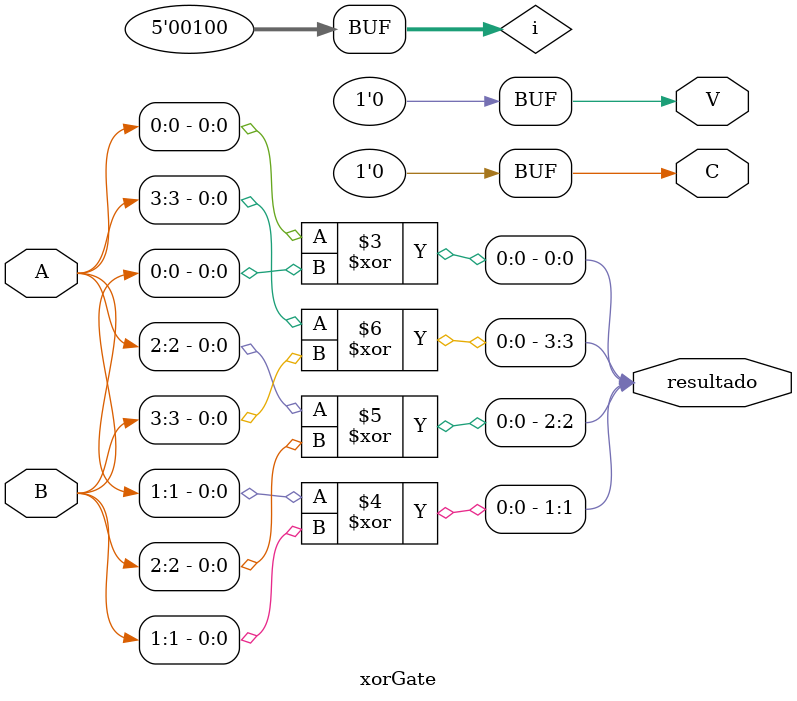
<source format=sv>
module xorGate #(parameter N = 4) (input logic[N-1:0] A, B, output logic [N-1:0] resultado, output bit V, C);
	
	assign C = 0;
	assign V = 0;
	reg [N:0] i;
	
	always_comb  begin
		for(i = 0; i < N; i = i + 1) begin
			resultado[i] = A[i] ^ B[i];
		end
	end

endmodule 
</source>
